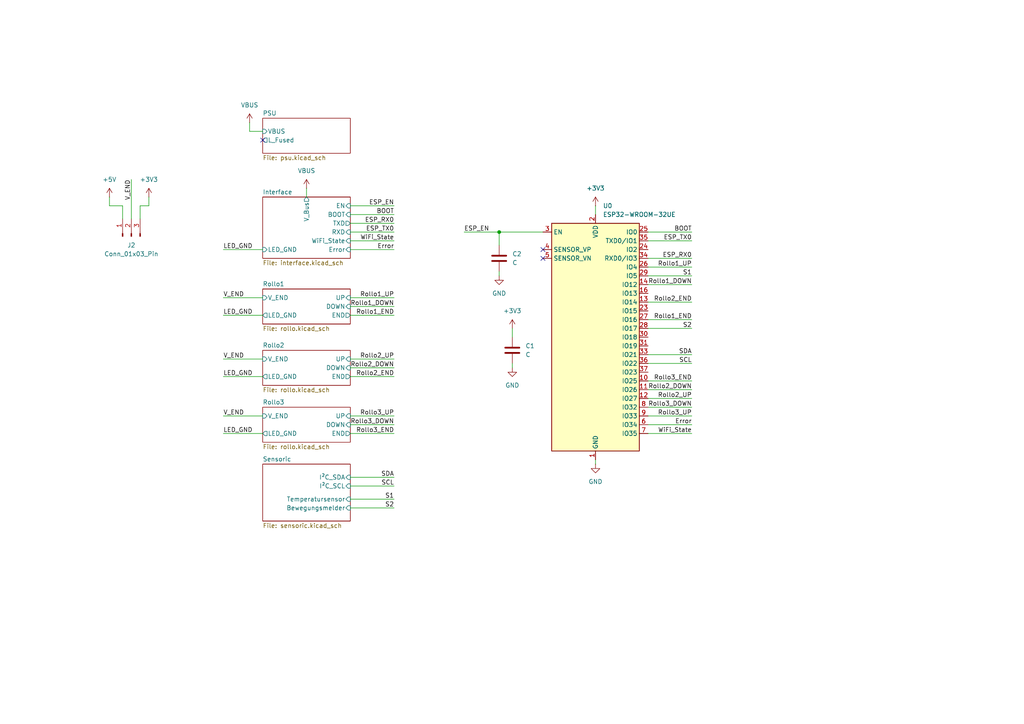
<source format=kicad_sch>
(kicad_sch (version 20250114) (generator "eeschema") (generator_version "9.0")
  (paper "A4")
  (lib_symbols
    (symbol "Connector:Conn_01x03_Pin" (pin_names (offset 1.016) (hide yes))
      (property "Reference" "J" (at 0 5.08 0))
      (property "Value" "Conn_01x03_Pin" (at 0 -5.08 0))
      (symbol "Conn_01x03_Pin_1_1"
        (rectangle (start 0.8636 2.667) (end 0 2.413) (stroke (width 0.1524)) (fill (type outline)))
        (rectangle (start 0.8636 0.127) (end 0 -0.127) (stroke (width 0.1524)) (fill (type outline)))
        (rectangle (start 0.8636 -2.413) (end 0 -2.667) (stroke (width 0.1524)) (fill (type outline)))
        (polyline (pts (xy 1.27 2.54) (xy 0.8636 2.54)) (stroke (width 0.1524)))
        (polyline (pts (xy 1.27 0) (xy 0.8636 0)) (stroke (width 0.1524)))
        (polyline (pts (xy 1.27 -2.54) (xy 0.8636 -2.54)) (stroke (width 0.1524)))
        (pin passive line (at 5.08 2.54 180) (length 3.81) (name "Pin_1") (number "1"))
        (pin passive line (at 5.08 0 180) (length 3.81) (name "Pin_2") (number "2"))
        (pin passive line (at 5.08 -2.54 180) (length 3.81) (name "Pin_3") (number "3"))
      )
    )
    (symbol "Device:C" (pin_numbers (hide yes)) (pin_names (offset 0.254))
      (property "Reference" "C" (at 0.635 2.54 0))
      (property "Value" "C" (at 0.635 -2.54 0))
      (symbol "C_0_1"
        (polyline (pts (xy -2.032 0.762) (xy 2.032 0.762)) (stroke (width 0.508)))
        (polyline (pts (xy -2.032 -0.762) (xy 2.032 -0.762)) (stroke (width 0.508)))
      )
      (symbol "C_1_1"
        (pin passive line (at 0 3.81 270) (length 2.794) (name "~") (number "1"))
        (pin passive line (at 0 -3.81 90) (length 2.794) (name "~") (number "2"))
      )
    )
    (symbol "RF_Module:ESP32-WROOM-32UE"
      (property "Reference" "U" (at -12.7 34.29 0))
      (property "Value" "ESP32-WROOM-32UE" (at 1.27 34.29 0))
      (symbol "ESP32-WROOM-32UE_0_1"
        (rectangle (start -12.7 33.02) (end 12.7 -33.02) (stroke (width 0.254)) (fill (type background)))
      )
      (symbol "ESP32-WROOM-32UE_1_1"
        (pin input line (at -15.24 30.48 0) (length 2.54) (name "EN") (number "3"))
        (pin input line (at -15.24 25.4 0) (length 2.54) (name "SENSOR_VP") (number "4"))
        (pin input line (at -15.24 22.86 0) (length 2.54) (name "SENSOR_VN") (number "5"))
        (pin no_connect line (at -12.7 0 0) (length 2.54) (hide yes) (name "NC") (number "21"))
        (pin no_connect line (at -12.7 -2.54 0) (length 2.54) (hide yes) (name "NC") (number "22"))
        (pin no_connect line (at -12.7 -5.08 0) (length 2.54) (hide yes) (name "NC") (number "17"))
        (pin no_connect line (at -12.7 -7.62 0) (length 2.54) (hide yes) (name "NC") (number "18"))
        (pin no_connect line (at -12.7 -10.16 0) (length 2.54) (hide yes) (name "NC") (number "20"))
        (pin no_connect line (at -12.7 -12.7 0) (length 2.54) (hide yes) (name "NC") (number "19"))
        (pin no_connect line (at -12.7 -27.94 0) (length 2.54) (hide yes) (name "NC") (number "32"))
        (pin power_in line (at 0 35.56 270) (length 2.54) (name "VDD") (number "2"))
        (pin power_in line (at 0 -35.56 90) (length 2.54) (name "GND") (number "1"))
        (pin passive line (at 0 -35.56 90) (length 2.54) (hide yes) (name "GND") (number "15"))
        (pin passive line (at 0 -35.56 90) (length 2.54) (hide yes) (name "GND") (number "38"))
        (pin passive line (at 0 -35.56 90) (length 2.54) (hide yes) (name "GND") (number "39"))
        (pin bidirectional line (at 15.24 30.48 180) (length 2.54) (name "IO0") (number "25"))
        (pin bidirectional line (at 15.24 27.94 180) (length 2.54) (name "TXD0/IO1") (number "35"))
        (pin bidirectional line (at 15.24 25.4 180) (length 2.54) (name "IO2") (number "24"))
        (pin bidirectional line (at 15.24 22.86 180) (length 2.54) (name "RXD0/IO3") (number "34"))
        (pin bidirectional line (at 15.24 20.32 180) (length 2.54) (name "IO4") (number "26"))
        (pin bidirectional line (at 15.24 17.78 180) (length 2.54) (name "IO5") (number "29"))
        (pin bidirectional line (at 15.24 15.24 180) (length 2.54) (name "IO12") (number "14"))
        (pin bidirectional line (at 15.24 12.7 180) (length 2.54) (name "IO13") (number "16"))
        (pin bidirectional line (at 15.24 10.16 180) (length 2.54) (name "IO14") (number "13"))
        (pin bidirectional line (at 15.24 7.62 180) (length 2.54) (name "IO15") (number "23"))
        (pin bidirectional line (at 15.24 5.08 180) (length 2.54) (name "IO16") (number "27"))
        (pin bidirectional line (at 15.24 2.54 180) (length 2.54) (name "IO17") (number "28"))
        (pin bidirectional line (at 15.24 0 180) (length 2.54) (name "IO18") (number "30"))
        (pin bidirectional line (at 15.24 -2.54 180) (length 2.54) (name "IO19") (number "31"))
        (pin bidirectional line (at 15.24 -5.08 180) (length 2.54) (name "IO21") (number "33"))
        (pin bidirectional line (at 15.24 -7.62 180) (length 2.54) (name "IO22") (number "36"))
        (pin bidirectional line (at 15.24 -10.16 180) (length 2.54) (name "IO23") (number "37"))
        (pin bidirectional line (at 15.24 -12.7 180) (length 2.54) (name "IO25") (number "10"))
        (pin bidirectional line (at 15.24 -15.24 180) (length 2.54) (name "IO26") (number "11"))
        (pin bidirectional line (at 15.24 -17.78 180) (length 2.54) (name "IO27") (number "12"))
        (pin bidirectional line (at 15.24 -20.32 180) (length 2.54) (name "IO32") (number "8"))
        (pin bidirectional line (at 15.24 -22.86 180) (length 2.54) (name "IO33") (number "9"))
        (pin input line (at 15.24 -25.4 180) (length 2.54) (name "IO34") (number "6"))
        (pin input line (at 15.24 -27.94 180) (length 2.54) (name "IO35") (number "7"))
      )
    )
    (symbol "power:+3V3" (power) (pin_numbers (hide yes)) (pin_names (offset 0) (hide yes))
      (property "Value" "+3V3" (at 0 3.556 0))
      (symbol "+3V3_0_1"
        (polyline (pts (xy -0.762 1.27) (xy 0 2.54)))
        (polyline (pts (xy 0 2.54) (xy 0.762 1.27)))
        (polyline (pts (xy 0 0) (xy 0 2.54)))
      )
      (symbol "+3V3_1_1"
        (pin power_in line (at 0 0 90) (length 0) (name "~") (number "1"))
      )
    )
    (symbol "power:+5V" (power) (pin_numbers (hide yes)) (pin_names (offset 0) (hide yes))
      (property "Value" "+5V" (at 0 3.556 0))
      (symbol "+5V_0_1"
        (polyline (pts (xy -0.762 1.27) (xy 0 2.54)))
        (polyline (pts (xy 0 2.54) (xy 0.762 1.27)))
        (polyline (pts (xy 0 0) (xy 0 2.54)))
      )
      (symbol "+5V_1_1"
        (pin power_in line (at 0 0 90) (length 0) (name "~") (number "1"))
      )
    )
    (symbol "power:GND" (power) (pin_numbers (hide yes)) (pin_names (offset 0) (hide yes))
      (property "Value" "GND" (at 0 -3.81 0))
      (symbol "GND_0_1"
        (polyline (pts (xy 0 0) (xy 0 -1.27) (xy 1.27 -1.27) (xy 0 -2.54) (xy -1.27 -1.27) (xy 0 -1.27)))
      )
      (symbol "GND_1_1"
        (pin power_in line (at 0 0 270) (length 0) (name "~") (number "1"))
      )
    )
    (symbol "power:VBUS" (power) (pin_numbers (hide yes)) (pin_names (offset 0) (hide yes))
      (property "Value" "VBUS" (at 0 3.556 0))
      (symbol "VBUS_0_1"
        (polyline (pts (xy -0.762 1.27) (xy 0 2.54)))
        (polyline (pts (xy 0 2.54) (xy 0.762 1.27)))
        (polyline (pts (xy 0 0) (xy 0 2.54)))
      )
      (symbol "VBUS_1_1"
        (pin power_in line (at 0 0 90) (length 0) (name "~") (number "1"))
      )
    )
  )
  (junction (at 144.78 67.31))
  (no_connect (at 157.48 74.93))
  (no_connect (at 76.2 40.64))
  (no_connect (at 157.48 72.39))
  (wire (pts (xy 187.96 74.93) (xy 200.66 74.93)))
  (wire (pts (xy 187.96 102.87) (xy 200.66 102.87)))
  (wire (pts (xy 43.18 59.69) (xy 43.18 57.15)))
  (wire (pts (xy 31.75 59.69) (xy 35.56 59.69)))
  (wire (pts (xy 64.77 72.39) (xy 76.2 72.39)))
  (wire (pts (xy 101.6 64.77) (xy 114.3 64.77)))
  (wire (pts (xy 187.96 69.85) (xy 200.66 69.85)))
  (wire (pts (xy 187.96 123.19) (xy 200.66 123.19)))
  (wire (pts (xy 187.96 77.47) (xy 200.66 77.47)))
  (wire (pts (xy 187.96 67.31) (xy 200.66 67.31)))
  (wire (pts (xy 101.6 67.31) (xy 114.3 67.31)))
  (wire (pts (xy 148.59 95.25) (xy 148.59 97.79)))
  (wire (pts (xy 64.77 86.36) (xy 76.2 86.36)))
  (wire (pts (xy 172.72 133.35) (xy 172.72 134.62)))
  (wire (pts (xy 64.77 104.14) (xy 76.2 104.14)))
  (wire (pts (xy 72.39 35.56) (xy 72.39 38.1)))
  (wire (pts (xy 64.77 109.22) (xy 76.2 109.22)))
  (wire (pts (xy 101.6 147.32) (xy 114.3 147.32)))
  (wire (pts (xy 40.64 63.5) (xy 40.64 59.69)))
  (wire (pts (xy 76.2 38.1) (xy 72.39 38.1)))
  (wire (pts (xy 187.96 110.49) (xy 200.66 110.49)))
  (wire (pts (xy 88.9 54.61) (xy 88.9 57.15)))
  (wire (pts (xy 134.62 67.31) (xy 144.78 67.31)))
  (wire (pts (xy 101.6 120.65) (xy 114.3 120.65)))
  (wire (pts (xy 144.78 67.31) (xy 144.78 71.12)))
  (wire (pts (xy 101.6 104.14) (xy 114.3 104.14)))
  (wire (pts (xy 101.6 86.36) (xy 114.3 86.36)))
  (wire (pts (xy 144.78 78.74) (xy 144.78 80.01)))
  (wire (pts (xy 172.72 59.69) (xy 172.72 62.23)))
  (wire (pts (xy 187.96 105.41) (xy 200.66 105.41)))
  (wire (pts (xy 64.77 125.73) (xy 76.2 125.73)))
  (wire (pts (xy 187.96 120.65) (xy 200.66 120.65)))
  (wire (pts (xy 31.75 57.15) (xy 31.75 59.69)))
  (wire (pts (xy 35.56 59.69) (xy 35.56 63.5)))
  (wire (pts (xy 187.96 118.11) (xy 200.66 118.11)))
  (wire (pts (xy 40.64 59.69) (xy 43.18 59.69)))
  (wire (pts (xy 64.77 120.65) (xy 76.2 120.65)))
  (wire (pts (xy 101.6 125.73) (xy 114.3 125.73)))
  (wire (pts (xy 187.96 95.25) (xy 200.66 95.25)))
  (wire (pts (xy 64.77 91.44) (xy 76.2 91.44)))
  (wire (pts (xy 187.96 125.73) (xy 200.66 125.73)))
  (wire (pts (xy 187.96 92.71) (xy 200.66 92.71)))
  (wire (pts (xy 187.96 113.03) (xy 200.66 113.03)))
  (wire (pts (xy 101.6 144.78) (xy 114.3 144.78)))
  (wire (pts (xy 148.59 105.41) (xy 148.59 106.68)))
  (wire (pts (xy 101.6 72.39) (xy 114.3 72.39)))
  (wire (pts (xy 101.6 59.69) (xy 114.3 59.69)))
  (wire (pts (xy 38.1 52.07) (xy 38.1 63.5)))
  (wire (pts (xy 187.96 87.63) (xy 200.66 87.63)))
  (wire (pts (xy 101.6 106.68) (xy 114.3 106.68)))
  (wire (pts (xy 187.96 82.55) (xy 200.66 82.55)))
  (wire (pts (xy 101.6 123.19) (xy 114.3 123.19)))
  (wire (pts (xy 101.6 62.23) (xy 114.3 62.23)))
  (wire (pts (xy 187.96 80.01) (xy 200.66 80.01)))
  (wire (pts (xy 101.6 109.22) (xy 114.3 109.22)))
  (wire (pts (xy 187.96 115.57) (xy 200.66 115.57)))
  (wire (pts (xy 144.78 67.31) (xy 157.48 67.31)))
  (wire (pts (xy 101.6 138.43) (xy 114.3 138.43)))
  (wire (pts (xy 101.6 91.44) (xy 114.3 91.44)))
  (wire (pts (xy 101.6 88.9) (xy 114.3 88.9)))
  (wire (pts (xy 101.6 69.85) (xy 114.3 69.85)))
  (wire (pts (xy 101.6 140.97) (xy 114.3 140.97)))
  (label "Rollo2_UP" (at 200.66 115.57 180))
  (label "SCL" (at 200.66 105.41 180))
  (label "Rollo3_DOWN" (at 114.3 123.19 180))
  (label "ESP_RX0" (at 200.66 74.93 180))
  (label "Rollo1_END" (at 200.66 92.71 180))
  (label "Error" (at 200.66 123.19 180))
  (label "Rollo3_UP" (at 114.3 120.65 180))
  (label "V_END" (at 64.77 86.36 0))
  (label "Rollo1_UP" (at 114.3 86.36 180))
  (label "LED_GND" (at 64.77 109.22 0))
  (label "ESP_TX0" (at 200.66 69.85 180))
  (label "S1" (at 114.3 144.78 180))
  (label "Rollo2_END" (at 114.3 109.22 180))
  (label "Rollo2_DOWN" (at 200.66 113.03 180))
  (label "SDA" (at 114.3 138.43 180))
  (label "Rollo1_DOWN" (at 114.3 88.9 180))
  (label "Error" (at 114.3 72.39 180))
  (label "Rollo2_DOWN" (at 114.3 106.68 180))
  (label "LED_GND" (at 64.77 125.73 0))
  (label "Rollo3_DOWN" (at 200.66 118.11 180))
  (label "ESP_EN" (at 134.62 67.31 0))
  (label "V_END" (at 38.1 52.07 270))
  (label "ESP_TX0" (at 114.3 67.31 180))
  (label "V_END" (at 64.77 120.65 0))
  (label "BOOT" (at 114.3 62.23 180))
  (label "Rollo1_END" (at 114.3 91.44 180))
  (label "Rollo2_END" (at 200.66 87.63 180))
  (label "LED_GND" (at 64.77 91.44 0))
  (label "SDA" (at 200.66 102.87 180))
  (label "WiFi_State" (at 114.3 69.85 180))
  (label "Rollo1_UP" (at 200.66 77.47 180))
  (label "S1" (at 200.66 80.01 180))
  (label "V_END" (at 64.77 104.14 0))
  (label "WiFi_State" (at 200.66 125.73 180))
  (label "ESP_EN" (at 114.3 59.69 180))
  (label "S2" (at 200.66 95.25 180))
  (label "ESP_RX0" (at 114.3 64.77 180))
  (label "Rollo3_END" (at 114.3 125.73 180))
  (label "Rollo3_END" (at 200.66 110.49 180))
  (label "S2" (at 114.3 147.32 180))
  (label "BOOT" (at 200.66 67.31 180))
  (label "Rollo3_UP" (at 200.66 120.65 180))
  (label "Rollo2_UP" (at 114.3 104.14 180))
  (label "LED_GND" (at 64.77 72.39 0))
  (label "SCL" (at 114.3 140.97 180))
  (label "Rollo1_DOWN" (at 200.66 82.55 180))
  (symbol (lib_id "Device:C") (at 148.59 101.6 0) (unit 1)
    (property "Reference" "C1" (at 152.4 100.3299 0) (effects (justify left)))
    (property "Value" "C" (at 152.4 102.8699 0) (effects (justify left)))
    (property "Description" "Unpolarized capacitor" (effects (hide yes)))
  )
  (symbol (lib_id "power:GND") (at 148.59 106.68 0) (unit 1)
    (property "Reference" "#PWR06" (effects (hide yes)))
    (property "Value" "GND" (at 148.59 111.76 0))
    (property "Description" "Power symbol creates a global label with name \"GND\" , ground" (effects (hide yes)))
  )
  (symbol (lib_id "Device:C") (at 144.78 74.93 0) (unit 1)
    (property "Reference" "C2" (at 148.59 73.6599 0) (effects (justify left)))
    (property "Value" "C" (at 148.59 76.1999 0) (effects (justify left)))
    (property "Description" "Unpolarized capacitor" (effects (hide yes)))
  )
  (symbol (lib_id "power:+3V3") (at 172.72 59.69 0) (unit 1)
    (property "Reference" "#PWR02" (effects (hide yes)))
    (property "Value" "+3V3" (at 172.72 54.61 0))
    (property "Description" "Power symbol creates a global label with name \"+3V3\"" (effects (hide yes)))
  )
  (symbol (lib_id "power:VBUS") (at 88.9 54.61 0) (unit 1)
    (property "Reference" "#PWR037" (effects (hide yes)))
    (property "Value" "VBUS" (at 88.9 49.53 0))
    (property "Description" "Power symbol creates a global label with name \"VBUS\"" (effects (hide yes)))
  )
  (symbol (lib_id "power:VBUS") (at 72.39 35.56 0) (unit 1)
    (property "Reference" "#PWR068" (effects (hide yes)))
    (property "Value" "VBUS" (at 72.39 30.48 0))
    (property "Description" "Power symbol creates a global label with name \"VBUS\"" (effects (hide yes)))
  )
  (symbol (lib_id "power:+5V") (at 31.75 57.15 0) (unit 1)
    (property "Reference" "#PWR017" (effects (hide yes)))
    (property "Value" "+5V" (at 31.75 52.07 0))
    (property "Description" "Power symbol creates a global label with name \"+5V\"" (effects (hide yes)))
  )
  (symbol (lib_id "RF_Module:ESP32-WROOM-32UE") (at 172.72 97.79 0) (unit 1)
    (property "Reference" "U0" (at 174.8633 59.69 0) (effects (justify left)))
    (property "Value" "ESP32-WROOM-32UE" (at 174.8633 62.23 0) (effects (justify left)))
    (property "Footprint" "RF_Module:ESP32-WROOM-32UE" (effects (hide yes)))
    (property "Datasheet" "https://www.espressif.com/sites/default/files/documentation/esp32-wroom-32e_esp32-wroom-32ue_datasheet_en.pdf" (effects (hide yes)))
    (property "Description" "RF Module, ESP32-D0WD-V3 SoC, without PSRAM, Wi-Fi 802.11b/g/n, Bluetooth, BLE, 32-bit, 2.7-3.6V, external antenna, SMD" (effects (hide yes)))
  )
  (symbol (lib_id "Connector:Conn_01x03_Pin") (at 38.1 68.58 90) (unit 1)
    (property "Reference" "J2" (at 38.1 71.12 90))
    (property "Value" "Conn_01x03_Pin" (at 38.1 73.66 90))
    (property "Footprint" "Connector_PinHeader_2.54mm:PinHeader_1x03_P2.54mm_Vertical" (effects (hide yes)))
    (property "Description" "Generic connector, single row, 01x03, script generated" (effects (hide yes)))
  )
  (symbol (lib_id "power:+3V3") (at 43.18 57.15 0) (unit 1)
    (property "Reference" "#PWR01" (effects (hide yes)))
    (property "Value" "+3V3" (at 43.18 52.07 0))
    (property "Description" "Power symbol creates a global label with name \"+3V3\"" (effects (hide yes)))
  )
  (symbol (lib_id "power:+3V3") (at 148.59 95.25 0) (unit 1)
    (property "Reference" "#PWR012" (effects (hide yes)))
    (property "Value" "+3V3" (at 148.59 90.17 0))
    (property "Description" "Power symbol creates a global label with name \"+3V3\"" (effects (hide yes)))
  )
  (symbol (lib_id "power:GND") (at 172.72 134.62 0) (unit 1)
    (property "Reference" "#PWR05" (effects (hide yes)))
    (property "Value" "GND" (at 172.72 139.7 0))
    (property "Description" "Power symbol creates a global label with name \"GND\" , ground" (effects (hide yes)))
  )
  (symbol (lib_id "power:GND") (at 144.78 80.01 0) (unit 1)
    (property "Reference" "#PWR011" (effects (hide yes)))
    (property "Value" "GND" (at 144.78 85.09 0))
    (property "Description" "Power symbol creates a global label with name \"GND\" , ground" (effects (hide yes)))
  )
  (sheet (at 76.2 134.62) (size 25.4 16.51) (stroke (width 0.1524))
    (property "Sheetname" "Sensoric" (at 76.2 133.9084 0) (effects (justify left bottom)))
    (property "Sheetfile" "sensoric.kicad_sch" (at 76.2 151.7146 0) (effects (justify left top)))
    (pin "Temperatursensor" input (at 101.6 144.78 0))
    (pin "Bewegungsmelder" input (at 101.6 147.32 0))
    (pin "I²C_SDA" input (at 101.6 138.43 0))
    (pin "I²C_SCL" input (at 101.6 140.97 0))
  )
  (sheet (at 76.2 118.11) (size 25.4 10.16) (stroke (width 0.1524))
    (property "Sheetname" "Rollo3" (at 76.2 117.3984 0) (effects (justify left bottom)))
    (property "Sheetfile" "rollo.kicad_sch" (at 76.2 128.8546 0) (effects (justify left top)))
    (pin "DOWN" input (at 101.6 123.19 0))
    (pin "UP" input (at 101.6 120.65 0))
    (pin "END" output (at 101.6 125.73 0))
    (pin "LED_GND" output (at 76.2 125.73 180))
    (pin "V_END" input (at 76.2 120.65 180))
  )
  (sheet (at 76.2 101.6) (size 25.4 10.16) (stroke (width 0.1524))
    (property "Sheetname" "Rollo2" (at 76.2 100.8884 0) (effects (justify left bottom)))
    (property "Sheetfile" "rollo.kicad_sch" (at 76.2 112.3446 0) (effects (justify left top)))
    (pin "DOWN" input (at 101.6 106.68 0))
    (pin "UP" input (at 101.6 104.14 0))
    (pin "END" output (at 101.6 109.22 0))
    (pin "LED_GND" output (at 76.2 109.22 180))
    (pin "V_END" input (at 76.2 104.14 180))
  )
  (sheet (at 76.2 83.82) (size 25.4 10.16) (stroke (width 0.1524))
    (property "Sheetname" "Rollo1" (at 76.2 83.1084 0) (effects (justify left bottom)))
    (property "Sheetfile" "rollo.kicad_sch" (at 76.2 94.5646 0) (effects (justify left top)))
    (pin "DOWN" input (at 101.6 88.9 0))
    (pin "UP" input (at 101.6 86.36 0))
    (pin "END" output (at 101.6 91.44 0))
    (pin "LED_GND" output (at 76.2 91.44 180))
    (pin "V_END" input (at 76.2 86.36 180))
  )
  (sheet (at 76.2 57.15) (size 25.4 17.78) (stroke (width 0.1524))
    (property "Sheetname" "Interface" (at 76.2 56.4384 0) (effects (justify left bottom)))
    (property "Sheetfile" "interface.kicad_sch" (at 76.2 75.5146 0) (effects (justify left top)))
    (pin "Error" input (at 101.6 72.39 0))
    (pin "LED_GND" input (at 76.2 72.39 180))
    (pin "WiFi_State" input (at 101.6 69.85 0))
    (pin "BOOT" input (at 101.6 62.23 0))
    (pin "EN" input (at 101.6 59.69 0))
    (pin "V_Bus" output (at 88.9 57.15 90))
    (pin "TXD" output (at 101.6 64.77 0))
    (pin "RXD" input (at 101.6 67.31 0))
  )
  (sheet (at 76.2 34.29) (size 25.4 10.16) (stroke (width 0.1524))
    (property "Sheetname" "PSU" (at 76.2 33.5784 0) (effects (justify left bottom)))
    (property "Sheetfile" "psu.kicad_sch" (at 76.2 45.0346 0) (effects (justify left top)))
    (pin "L_Fused" output (at 76.2 40.64 180))
    (pin "VBUS" input (at 76.2 38.1 180))
  )
)
</source>
